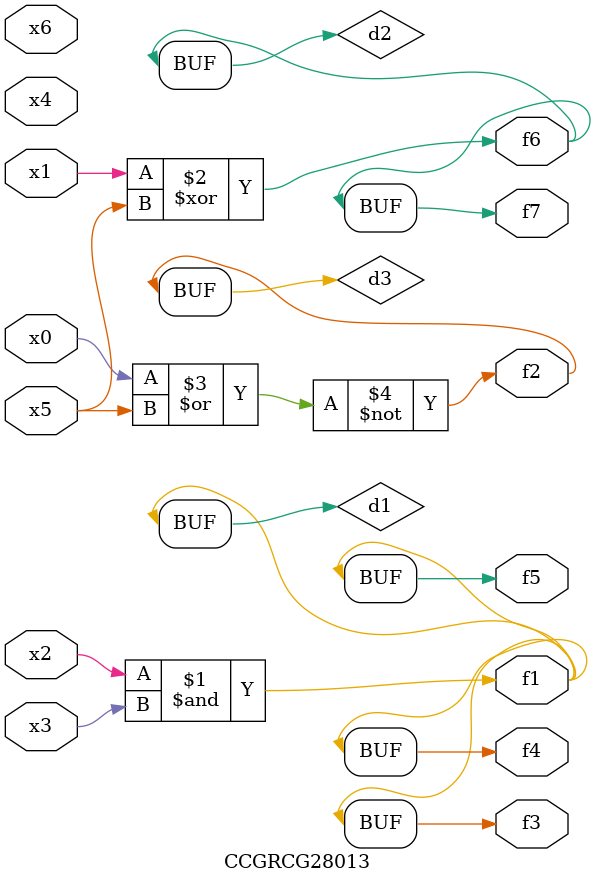
<source format=v>
module CCGRCG28013(
	input x0, x1, x2, x3, x4, x5, x6,
	output f1, f2, f3, f4, f5, f6, f7
);

	wire d1, d2, d3;

	and (d1, x2, x3);
	xor (d2, x1, x5);
	nor (d3, x0, x5);
	assign f1 = d1;
	assign f2 = d3;
	assign f3 = d1;
	assign f4 = d1;
	assign f5 = d1;
	assign f6 = d2;
	assign f7 = d2;
endmodule

</source>
